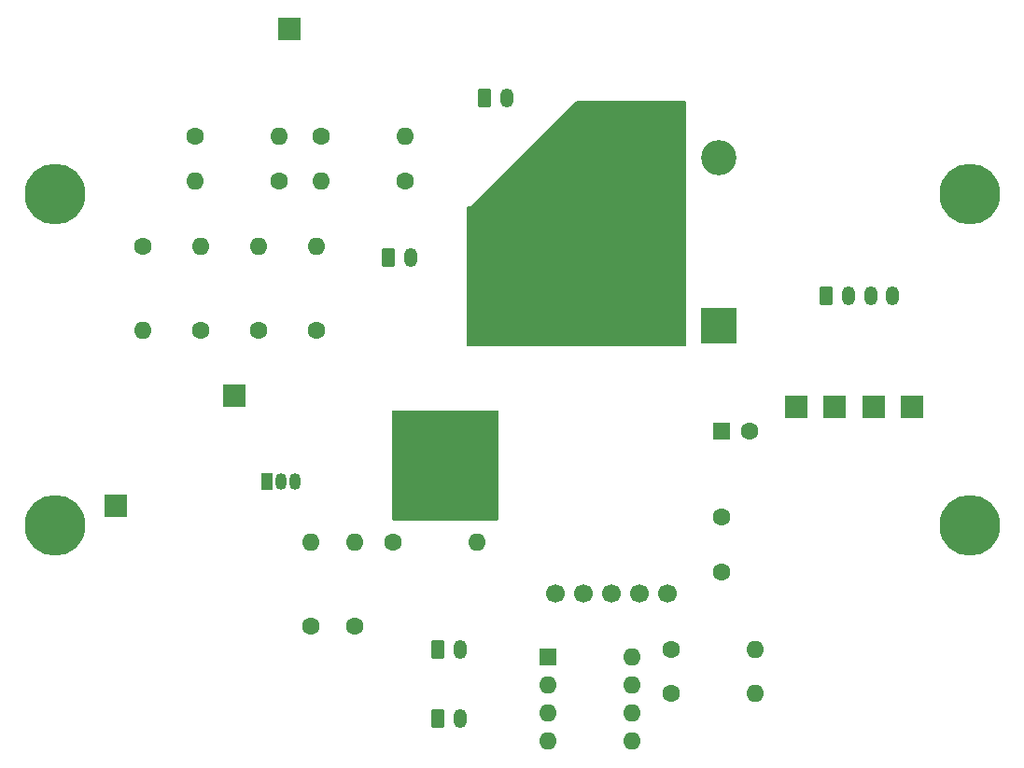
<source format=gbr>
%TF.GenerationSoftware,KiCad,Pcbnew,8.0.5*%
%TF.CreationDate,2025-05-01T20:40:53-04:00*%
%TF.ProjectId,CanSat_Power_Management_Board,43616e53-6174-45f5-906f-7765725f4d61,rev?*%
%TF.SameCoordinates,Original*%
%TF.FileFunction,Soldermask,Bot*%
%TF.FilePolarity,Negative*%
%FSLAX46Y46*%
G04 Gerber Fmt 4.6, Leading zero omitted, Abs format (unit mm)*
G04 Created by KiCad (PCBNEW 8.0.5) date 2025-05-01 20:40:53*
%MOMM*%
%LPD*%
G01*
G04 APERTURE LIST*
G04 Aperture macros list*
%AMRoundRect*
0 Rectangle with rounded corners*
0 $1 Rounding radius*
0 $2 $3 $4 $5 $6 $7 $8 $9 X,Y pos of 4 corners*
0 Add a 4 corners polygon primitive as box body*
4,1,4,$2,$3,$4,$5,$6,$7,$8,$9,$2,$3,0*
0 Add four circle primitives for the rounded corners*
1,1,$1+$1,$2,$3*
1,1,$1+$1,$4,$5*
1,1,$1+$1,$6,$7*
1,1,$1+$1,$8,$9*
0 Add four rect primitives between the rounded corners*
20,1,$1+$1,$2,$3,$4,$5,0*
20,1,$1+$1,$4,$5,$6,$7,0*
20,1,$1+$1,$6,$7,$8,$9,0*
20,1,$1+$1,$8,$9,$2,$3,0*%
G04 Aperture macros list end*
%ADD10R,2.000000X2.000000*%
%ADD11C,1.600000*%
%ADD12O,1.600000X1.600000*%
%ADD13R,1.600000X1.600000*%
%ADD14R,3.200000X3.200000*%
%ADD15O,3.200000X3.200000*%
%ADD16RoundRect,0.250000X-0.350000X-0.625000X0.350000X-0.625000X0.350000X0.625000X-0.350000X0.625000X0*%
%ADD17O,1.200000X1.750000*%
%ADD18C,1.700000*%
%ADD19R,1.050000X1.500000*%
%ADD20O,1.050000X1.500000*%
%ADD21R,1.800000X1.800000*%
%ADD22O,1.800000X1.800000*%
%ADD23C,3.000000*%
%ADD24C,5.504000*%
G04 APERTURE END LIST*
D10*
%TO.C,TP4*%
X186250000Y-104250000D03*
%TD*%
D11*
%TO.C,R9*%
X135750000Y-124157500D03*
D12*
X135750000Y-116537500D03*
%TD*%
D11*
%TO.C,R1*%
X116500000Y-89690000D03*
D12*
X116500000Y-97310000D03*
%TD*%
D13*
%TO.C,U3*%
X153200000Y-126950000D03*
D12*
X153200000Y-129490000D03*
X153200000Y-132030000D03*
X153200000Y-134570000D03*
X160820000Y-134570000D03*
X160820000Y-132030000D03*
X160820000Y-129490000D03*
X160820000Y-126950000D03*
%TD*%
D10*
%TO.C,TP5*%
X114000000Y-113250000D03*
%TD*%
D11*
%TO.C,Cout5*%
X161500000Y-78000000D03*
D13*
X158000000Y-78000000D03*
%TD*%
D11*
%TO.C,R6*%
X121190000Y-79750000D03*
D12*
X128810000Y-79750000D03*
%TD*%
D14*
%TO.C,D1*%
X168750000Y-96870000D03*
D15*
X168750000Y-81630000D03*
%TD*%
D11*
%TO.C,C8*%
X169000000Y-119250000D03*
X169000000Y-114250000D03*
%TD*%
%TO.C,R11*%
X131750000Y-124157500D03*
D12*
X131750000Y-116537500D03*
%TD*%
D11*
%TO.C,R5*%
X128810000Y-83750000D03*
D12*
X121190000Y-83750000D03*
%TD*%
D10*
%TO.C,TP3*%
X175750000Y-104250000D03*
%TD*%
%TO.C,TP7*%
X182750000Y-104250000D03*
%TD*%
D11*
%TO.C,R8*%
X140310000Y-83750000D03*
D12*
X132690000Y-83750000D03*
%TD*%
D16*
%TO.C,J5*%
X143250000Y-132550000D03*
D17*
X145250000Y-132550000D03*
%TD*%
D18*
%TO.C,BZ1*%
X153920000Y-121230000D03*
X156460000Y-121230000D03*
X159000000Y-121230000D03*
X161540000Y-121230000D03*
X164080000Y-121230000D03*
%TD*%
D13*
%TO.C,C9*%
X169000000Y-106500000D03*
D11*
X171500000Y-106500000D03*
%TD*%
D16*
%TO.C,J3*%
X178500000Y-94200000D03*
D17*
X180500000Y-94200000D03*
X182500000Y-94200000D03*
X184500000Y-94200000D03*
%TD*%
D10*
%TO.C,TP6*%
X124750000Y-103250000D03*
%TD*%
D16*
%TO.C,J1*%
X147500000Y-76200000D03*
D17*
X149500000Y-76200000D03*
%TD*%
D19*
%TO.C,Q1*%
X127710000Y-111000000D03*
D20*
X128980000Y-111000000D03*
X130250000Y-111000000D03*
%TD*%
D21*
%TO.C,U1*%
X161700000Y-92450000D03*
D22*
X158000000Y-90750000D03*
X161700000Y-89050000D03*
X158000000Y-87350000D03*
X161700000Y-85650000D03*
%TD*%
D11*
%TO.C,R12*%
X164440000Y-126250000D03*
D12*
X172060000Y-126250000D03*
%TD*%
D11*
%TO.C,R13*%
X164440000Y-130250000D03*
D12*
X172060000Y-130250000D03*
%TD*%
D11*
%TO.C,R3*%
X127000000Y-97310000D03*
D12*
X127000000Y-89690000D03*
%TD*%
D11*
%TO.C,R4*%
X132250000Y-97310000D03*
D12*
X132250000Y-89690000D03*
%TD*%
D11*
%TO.C,R7*%
X132690000Y-79750000D03*
D12*
X140310000Y-79750000D03*
%TD*%
D11*
%TO.C,R2*%
X121750000Y-97310000D03*
D12*
X121750000Y-89690000D03*
%TD*%
D11*
%TO.C,R10*%
X139190000Y-116537500D03*
D12*
X146810000Y-116537500D03*
%TD*%
D16*
%TO.C,J2*%
X138750000Y-90700000D03*
D17*
X140750000Y-90700000D03*
%TD*%
D16*
%TO.C,J4*%
X143250000Y-126250000D03*
D17*
X145250000Y-126250000D03*
%TD*%
D10*
%TO.C,TP2*%
X179250000Y-104250000D03*
%TD*%
%TO.C,TP1*%
X129750000Y-70000000D03*
%TD*%
D23*
%TO.C,REF\u002A\u002A*%
X191500000Y-85000000D03*
D24*
X191500000Y-85000000D03*
%TD*%
D23*
%TO.C,REF\u002A\u002A*%
X108500000Y-115000000D03*
D24*
X108500000Y-115000000D03*
%TD*%
D23*
%TO.C,REF\u002A\u002A*%
X108500000Y-85000000D03*
D24*
X108500000Y-85000000D03*
%TD*%
D23*
%TO.C,REF\u002A\u002A*%
X191500000Y-115000000D03*
D24*
X191500000Y-115000000D03*
%TD*%
G36*
X165693039Y-76519685D02*
G01*
X165738794Y-76572489D01*
X165750000Y-76624000D01*
X165750000Y-98629548D01*
X165730315Y-98696587D01*
X165677511Y-98742342D01*
X165626000Y-98753548D01*
X145971770Y-98753548D01*
X145904731Y-98733863D01*
X145858976Y-98681059D01*
X145847770Y-98629548D01*
X145847770Y-86223439D01*
X145867455Y-86156400D01*
X145920259Y-86110645D01*
X145971770Y-86099439D01*
X146202174Y-86099439D01*
X146202174Y-86099438D01*
X155765294Y-76536319D01*
X155826617Y-76502834D01*
X155852975Y-76500000D01*
X165626000Y-76500000D01*
X165693039Y-76519685D01*
G37*
G36*
X148714031Y-104599457D02*
G01*
X148759786Y-104652261D01*
X148770992Y-104703772D01*
X148770992Y-114427646D01*
X148751307Y-114494685D01*
X148734673Y-114515327D01*
X148733129Y-114516871D01*
X148671806Y-114550356D01*
X148645448Y-114553190D01*
X139225774Y-114553190D01*
X139158735Y-114533505D01*
X139112980Y-114480701D01*
X139101774Y-114429190D01*
X139101774Y-104703772D01*
X139121459Y-104636733D01*
X139174263Y-104590978D01*
X139225774Y-104579772D01*
X148646992Y-104579772D01*
X148714031Y-104599457D01*
G37*
M02*

</source>
